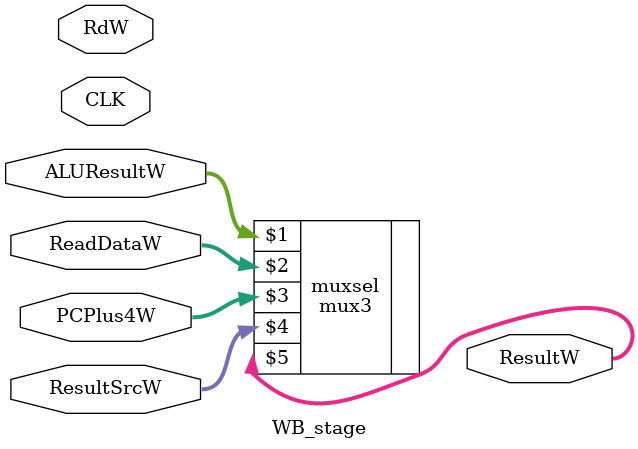
<source format=v>
module WB_stage( input CLK,
input [1:0] ResultSrcW,
input [31:0] ALUResultW,
input [31:0] ReadDataW,
input [4:0] RdW,
input [31:0] PCPlus4W,
output [31:0] ResultW
);

mux3 muxsel(ALUResultW, ReadDataW, PCPlus4W, ResultSrcW, ResultW);
endmodule
</source>
